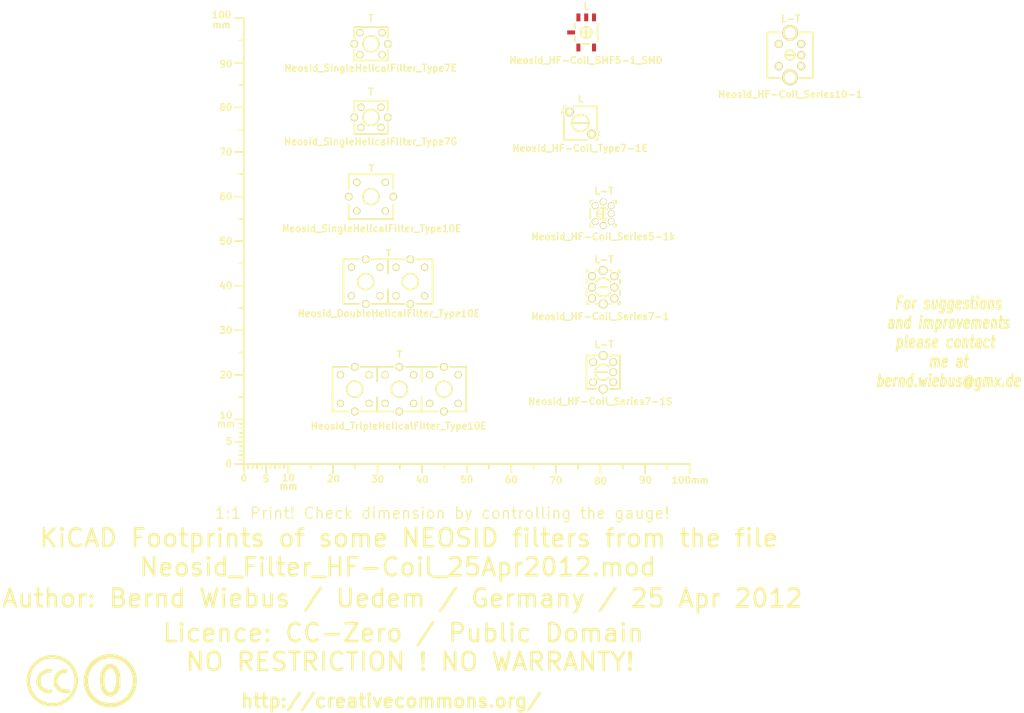
<source format=kicad_pcb>
(kicad_pcb (version 3) (host pcbnew "(2013-03-30 BZR 4007)-stable")

  (general
    (links 0)
    (no_connects 0)
    (area 1.09304 -31.671484 226.093866 192.6694)
    (thickness 1.6002)
    (drawings 7)
    (tracks 0)
    (zones 0)
    (modules 14)
    (nets 1)
  )

  (page A4)
  (layers
    (15 Vorderseite signal)
    (0 Rückseite signal)
    (16 B.Adhes user)
    (17 F.Adhes user)
    (18 B.Paste user)
    (19 F.Paste user)
    (20 B.SilkS user)
    (21 F.SilkS user)
    (22 B.Mask user)
    (23 F.Mask user)
    (24 Dwgs.User user)
    (25 Cmts.User user)
    (26 Eco1.User user)
    (27 Eco2.User user)
    (28 Edge.Cuts user)
  )

  (setup
    (last_trace_width 0.2032)
    (trace_clearance 0.254)
    (zone_clearance 0.508)
    (zone_45_only no)
    (trace_min 0.2032)
    (segment_width 0.381)
    (edge_width 0.381)
    (via_size 0.889)
    (via_drill 0.635)
    (via_min_size 0.889)
    (via_min_drill 0.508)
    (uvia_size 0.508)
    (uvia_drill 0.127)
    (uvias_allowed no)
    (uvia_min_size 0.508)
    (uvia_min_drill 0.127)
    (pcb_text_width 0.3048)
    (pcb_text_size 1.524 2.032)
    (mod_edge_width 0.381)
    (mod_text_size 1.524 1.524)
    (mod_text_width 0.3048)
    (pad_size 1.524 1.524)
    (pad_drill 0.8128)
    (pad_to_mask_clearance 0.254)
    (aux_axis_origin 0 0)
    (visible_elements 7FFFFFFF)
    (pcbplotparams
      (layerselection 3178497)
      (usegerberextensions true)
      (excludeedgelayer true)
      (linewidth 60)
      (plotframeref false)
      (viasonmask false)
      (mode 1)
      (useauxorigin false)
      (hpglpennumber 1)
      (hpglpenspeed 20)
      (hpglpendiameter 15)
      (hpglpenoverlay 0)
      (psnegative false)
      (psa4output false)
      (plotreference true)
      (plotvalue true)
      (plotothertext true)
      (plotinvisibletext false)
      (padsonsilk false)
      (subtractmaskfromsilk false)
      (outputformat 1)
      (mirror false)
      (drillshape 1)
      (scaleselection 1)
      (outputdirectory ""))
  )

  (net 0 "")

  (net_class Default "Dies ist die voreingestellte Netzklasse."
    (clearance 0.254)
    (trace_width 0.2032)
    (via_dia 0.889)
    (via_drill 0.635)
    (uvia_dia 0.508)
    (uvia_drill 0.127)
    (add_net "")
  )

  (module Gauge_100mm_Type2_SilkScreenTop_RevA_Date22Jun2010 (layer Vorderseite) (tedit 4D963937) (tstamp 4D88F07A)
    (at 81.95056 134.8994)
    (descr "Gauge, Massstab, 100mm, SilkScreenTop, Type 2,")
    (tags "Gauge, Massstab, 100mm, SilkScreenTop, Type 2,")
    (path Gauge_100mm_Type2_SilkScreenTop_RevA_Date22Jun2010)
    (fp_text reference MSC (at 4.0005 8.99922) (layer F.SilkS) hide
      (effects (font (size 1.524 1.524) (thickness 0.3048)))
    )
    (fp_text value Gauge_100mm_Type2_SilkScreenTop_RevA_Date22Jun2010 (at 45.9994 8.99922) (layer F.SilkS) hide
      (effects (font (size 1.524 1.524) (thickness 0.3048)))
    )
    (fp_text user mm (at 9.99998 5.00126) (layer F.SilkS)
      (effects (font (size 1.524 1.524) (thickness 0.3048)))
    )
    (fp_text user mm (at -4.0005 -8.99922) (layer F.SilkS)
      (effects (font (size 1.524 1.524) (thickness 0.3048)))
    )
    (fp_text user mm (at -5.00126 -98.5012) (layer F.SilkS)
      (effects (font (size 1.524 1.524) (thickness 0.3048)))
    )
    (fp_text user 10 (at 10.00506 3.0988) (layer F.SilkS)
      (effects (font (size 1.50114 1.50114) (thickness 0.29972)))
    )
    (fp_text user 0 (at 0.00508 3.19786) (layer F.SilkS)
      (effects (font (size 1.39954 1.50114) (thickness 0.29972)))
    )
    (fp_text user 5 (at 5.0038 3.29946) (layer F.SilkS)
      (effects (font (size 1.50114 1.50114) (thickness 0.29972)))
    )
    (fp_text user 20 (at 20.1041 3.29946) (layer F.SilkS)
      (effects (font (size 1.50114 1.50114) (thickness 0.29972)))
    )
    (fp_text user 30 (at 30.00502 3.39852) (layer F.SilkS)
      (effects (font (size 1.50114 1.50114) (thickness 0.29972)))
    )
    (fp_text user 40 (at 40.005 3.50012) (layer F.SilkS)
      (effects (font (size 1.50114 1.50114) (thickness 0.29972)))
    )
    (fp_text user 50 (at 50.00498 3.50012) (layer F.SilkS)
      (effects (font (size 1.50114 1.50114) (thickness 0.29972)))
    )
    (fp_text user 60 (at 60.00496 3.50012) (layer F.SilkS)
      (effects (font (size 1.50114 1.50114) (thickness 0.29972)))
    )
    (fp_text user 70 (at 70.00494 3.70078) (layer F.SilkS)
      (effects (font (size 1.50114 1.50114) (thickness 0.29972)))
    )
    (fp_text user 80 (at 80.00492 3.79984) (layer F.SilkS)
      (effects (font (size 1.50114 1.50114) (thickness 0.29972)))
    )
    (fp_text user 90 (at 90.1065 3.60172) (layer F.SilkS)
      (effects (font (size 1.50114 1.50114) (thickness 0.29972)))
    )
    (fp_text user 100mm (at 100.10648 3.60172) (layer F.SilkS)
      (effects (font (size 1.50114 1.50114) (thickness 0.29972)))
    )
    (fp_line (start 0 -8.99922) (end -1.00076 -8.99922) (layer F.SilkS) (width 0.381))
    (fp_line (start 0 -8.001) (end -1.00076 -8.001) (layer F.SilkS) (width 0.381))
    (fp_line (start 0 -7.00024) (end -1.00076 -7.00024) (layer F.SilkS) (width 0.381))
    (fp_line (start 0 -5.99948) (end -1.00076 -5.99948) (layer F.SilkS) (width 0.381))
    (fp_line (start 0 -4.0005) (end -1.00076 -4.0005) (layer F.SilkS) (width 0.381))
    (fp_line (start 0 -2.99974) (end -1.00076 -2.99974) (layer F.SilkS) (width 0.381))
    (fp_line (start 0 -1.99898) (end -1.00076 -1.99898) (layer F.SilkS) (width 0.381))
    (fp_line (start 0 -1.00076) (end -1.00076 -1.00076) (layer F.SilkS) (width 0.381))
    (fp_line (start 0 0) (end -1.99898 0) (layer F.SilkS) (width 0.381))
    (fp_line (start 0 -5.00126) (end -1.99898 -5.00126) (layer F.SilkS) (width 0.381))
    (fp_line (start 0 -9.99998) (end -1.99898 -9.99998) (layer F.SilkS) (width 0.381))
    (fp_line (start 0 -15.00124) (end -1.00076 -15.00124) (layer F.SilkS) (width 0.381))
    (fp_line (start 0 -19.99996) (end -1.99898 -19.99996) (layer F.SilkS) (width 0.381))
    (fp_line (start 0 -25.00122) (end -1.00076 -25.00122) (layer F.SilkS) (width 0.381))
    (fp_line (start 0 -29.99994) (end -1.99898 -29.99994) (layer F.SilkS) (width 0.381))
    (fp_line (start 0 -35.0012) (end -1.00076 -35.0012) (layer F.SilkS) (width 0.381))
    (fp_line (start 0 -39.99992) (end -1.99898 -39.99992) (layer F.SilkS) (width 0.381))
    (fp_line (start 0 -45.00118) (end -1.00076 -45.00118) (layer F.SilkS) (width 0.381))
    (fp_line (start 0 -49.9999) (end -1.99898 -49.9999) (layer F.SilkS) (width 0.381))
    (fp_line (start 0 -55.00116) (end -1.00076 -55.00116) (layer F.SilkS) (width 0.381))
    (fp_line (start 0 -59.99988) (end -1.99898 -59.99988) (layer F.SilkS) (width 0.381))
    (fp_line (start 0 -65.00114) (end -1.00076 -65.00114) (layer F.SilkS) (width 0.381))
    (fp_line (start 0 -69.99986) (end -1.99898 -69.99986) (layer F.SilkS) (width 0.381))
    (fp_line (start 0 -75.00112) (end -1.00076 -75.00112) (layer F.SilkS) (width 0.381))
    (fp_line (start 0 -79.99984) (end -1.99898 -79.99984) (layer F.SilkS) (width 0.381))
    (fp_line (start 0 -85.0011) (end -1.00076 -85.0011) (layer F.SilkS) (width 0.381))
    (fp_line (start 0 -89.99982) (end -1.99898 -89.99982) (layer F.SilkS) (width 0.381))
    (fp_line (start 0 -95.00108) (end -1.00076 -95.00108) (layer F.SilkS) (width 0.381))
    (fp_line (start 0 0) (end 0 -99.9998) (layer F.SilkS) (width 0.381))
    (fp_line (start 0 -99.9998) (end -1.99898 -99.9998) (layer F.SilkS) (width 0.381))
    (fp_text user 100 (at -4.99872 -100.7491) (layer F.SilkS)
      (effects (font (size 1.50114 1.50114) (thickness 0.29972)))
    )
    (fp_text user 90 (at -4.0005 -89.7509) (layer F.SilkS)
      (effects (font (size 1.50114 1.50114) (thickness 0.29972)))
    )
    (fp_text user 80 (at -4.0005 -79.99984) (layer F.SilkS)
      (effects (font (size 1.50114 1.50114) (thickness 0.29972)))
    )
    (fp_text user 70 (at -4.0005 -69.99986) (layer F.SilkS)
      (effects (font (size 1.50114 1.50114) (thickness 0.29972)))
    )
    (fp_text user 60 (at -4.0005 -59.99988) (layer F.SilkS)
      (effects (font (size 1.50114 1.50114) (thickness 0.29972)))
    )
    (fp_text user 50 (at -4.0005 -49.9999) (layer F.SilkS)
      (effects (font (size 1.50114 1.50114) (thickness 0.34036)))
    )
    (fp_text user 40 (at -4.0005 -39.99992) (layer F.SilkS)
      (effects (font (size 1.50114 1.50114) (thickness 0.29972)))
    )
    (fp_text user 30 (at -4.0005 -29.99994) (layer F.SilkS)
      (effects (font (size 1.50114 1.50114) (thickness 0.29972)))
    )
    (fp_text user 20 (at -4.0005 -19.99996) (layer F.SilkS)
      (effects (font (size 1.50114 1.50114) (thickness 0.29972)))
    )
    (fp_line (start 95.00108 0) (end 95.00108 1.00076) (layer F.SilkS) (width 0.381))
    (fp_line (start 89.99982 0) (end 89.99982 1.99898) (layer F.SilkS) (width 0.381))
    (fp_line (start 85.0011 0) (end 85.0011 1.00076) (layer F.SilkS) (width 0.381))
    (fp_line (start 79.99984 0) (end 79.99984 1.99898) (layer F.SilkS) (width 0.381))
    (fp_line (start 75.00112 0) (end 75.00112 1.00076) (layer F.SilkS) (width 0.381))
    (fp_line (start 69.99986 0) (end 69.99986 1.99898) (layer F.SilkS) (width 0.381))
    (fp_line (start 65.00114 0) (end 65.00114 1.00076) (layer F.SilkS) (width 0.381))
    (fp_line (start 59.99988 0) (end 59.99988 1.99898) (layer F.SilkS) (width 0.381))
    (fp_line (start 55.00116 0) (end 55.00116 1.00076) (layer F.SilkS) (width 0.381))
    (fp_line (start 49.9999 0) (end 49.9999 1.99898) (layer F.SilkS) (width 0.381))
    (fp_line (start 45.00118 0) (end 45.00118 1.00076) (layer F.SilkS) (width 0.381))
    (fp_line (start 39.99992 0) (end 39.99992 1.99898) (layer F.SilkS) (width 0.381))
    (fp_line (start 35.0012 0) (end 35.0012 1.00076) (layer F.SilkS) (width 0.381))
    (fp_line (start 29.99994 0) (end 29.99994 1.99898) (layer F.SilkS) (width 0.381))
    (fp_line (start 25.00122 0) (end 25.00122 1.00076) (layer F.SilkS) (width 0.381))
    (fp_line (start 19.99996 0) (end 19.99996 1.99898) (layer F.SilkS) (width 0.381))
    (fp_line (start 15.00124 0) (end 15.00124 1.00076) (layer F.SilkS) (width 0.381))
    (fp_line (start 9.99998 0) (end 99.9998 0) (layer F.SilkS) (width 0.381))
    (fp_line (start 99.9998 0) (end 99.9998 1.99898) (layer F.SilkS) (width 0.381))
    (fp_text user 5 (at -3.302 -5.10286) (layer F.SilkS)
      (effects (font (size 1.50114 1.50114) (thickness 0.29972)))
    )
    (fp_text user 0 (at -3.4036 -0.10414) (layer F.SilkS)
      (effects (font (size 1.50114 1.50114) (thickness 0.29972)))
    )
    (fp_text user 10 (at -4.0005 -11.00074) (layer F.SilkS)
      (effects (font (size 1.50114 1.50114) (thickness 0.29972)))
    )
    (fp_line (start 8.99922 0) (end 8.99922 1.00076) (layer F.SilkS) (width 0.381))
    (fp_line (start 8.001 0) (end 8.001 1.00076) (layer F.SilkS) (width 0.381))
    (fp_line (start 7.00024 0) (end 7.00024 1.00076) (layer F.SilkS) (width 0.381))
    (fp_line (start 5.99948 0) (end 5.99948 1.00076) (layer F.SilkS) (width 0.381))
    (fp_line (start 4.0005 0) (end 4.0005 1.00076) (layer F.SilkS) (width 0.381))
    (fp_line (start 2.99974 0) (end 2.99974 1.00076) (layer F.SilkS) (width 0.381))
    (fp_line (start 1.99898 0) (end 1.99898 1.00076) (layer F.SilkS) (width 0.381))
    (fp_line (start 1.00076 0) (end 1.00076 1.00076) (layer F.SilkS) (width 0.381))
    (fp_line (start 5.00126 0) (end 5.00126 1.99898) (layer F.SilkS) (width 0.381))
    (fp_line (start 0 0) (end 0 1.99898) (layer F.SilkS) (width 0.381))
    (fp_line (start 0 0) (end 9.99998 0) (layer F.SilkS) (width 0.381))
    (fp_line (start 9.99998 0) (end 9.99998 1.99898) (layer F.SilkS) (width 0.381))
  )

  (module Neosid_SingleHelicalFilter_Type7E (layer Vorderseite) (tedit 4F9838D1) (tstamp 4F9837B6)
    (at 110.49 40.64)
    (descr "Neosid, Single Helical Filter, Type7E, through hole,")
    (tags "Neosid, Single Helical Filter, Type7E, through hole,")
    (fp_text reference T (at 0 -5.69976) (layer F.SilkS)
      (effects (font (size 1.524 1.524) (thickness 0.3048)))
    )
    (fp_text value Neosid_SingleHelicalFilter_Type7E (at -0.09906 5.45084) (layer F.SilkS)
      (effects (font (size 1.524 1.524) (thickness 0.3048)))
    )
    (fp_circle (center 0 0) (end 1.80086 0) (layer F.SilkS) (width 0.381))
    (fp_line (start -3.74904 1.30048) (end -3.74904 3.74904) (layer F.SilkS) (width 0.381))
    (fp_line (start -3.74904 3.74904) (end 3.74904 3.74904) (layer F.SilkS) (width 0.381))
    (fp_line (start 3.74904 3.74904) (end 3.74904 1.30048) (layer F.SilkS) (width 0.381))
    (fp_line (start 3.74904 -1.30048) (end 3.74904 -3.74904) (layer F.SilkS) (width 0.381))
    (fp_line (start 3.74904 -3.74904) (end -3.74904 -3.74904) (layer F.SilkS) (width 0.381))
    (fp_line (start -3.74904 -3.74904) (end -3.74904 -1.30048) (layer F.SilkS) (width 0.381))
    (pad 2 thru_hole circle (at 2.49936 -2.49936 90) (size 1.6002 1.6002) (drill 1.00076)
      (layers *.Cu *.Mask F.SilkS)
    )
    (pad 4 thru_hole circle (at -2.49936 -2.49936 90) (size 1.6002 1.6002) (drill 1.00076)
      (layers *.Cu *.Mask F.SilkS)
    )
    (pad 5 thru_hole circle (at -2.49936 2.49936 90) (size 1.6002 1.6002) (drill 1.00076)
      (layers *.Cu *.Mask F.SilkS)
    )
    (pad 1 thru_hole circle (at 2.49936 2.49936 90) (size 1.6002 1.6002) (drill 1.00076)
      (layers *.Cu *.Mask F.SilkS)
    )
    (pad ~ thru_hole circle (at -3.74904 0 90) (size 1.69926 1.69926) (drill 1.00076)
      (layers *.Cu *.Mask F.SilkS)
    )
    (pad ~ thru_hole circle (at 3.74904 0 90) (size 1.69926 1.69926) (drill 1.00076)
      (layers *.Cu *.Mask F.SilkS)
    )
  )

  (module Neosid_SingleHelicalFilter_Type7G (layer Vorderseite) (tedit 4F9838DB) (tstamp 4F983809)
    (at 110.49 57.15)
    (descr "Neosid, Single Helical Filter, Type7G, through hole,")
    (tags "Neosid, Single Helical Filter, Type7G, through hole,")
    (path Neosid_SingleHelicalFilter_Type7E)
    (fp_text reference T (at 0 -5.69976) (layer F.SilkS)
      (effects (font (size 1.524 1.524) (thickness 0.3048)))
    )
    (fp_text value Neosid_SingleHelicalFilter_Type7G (at -0.09906 5.45084) (layer F.SilkS)
      (effects (font (size 1.524 1.524) (thickness 0.3048)))
    )
    (fp_circle (center 0 0) (end 1.80086 0) (layer F.SilkS) (width 0.381))
    (fp_line (start -3.74904 1.30048) (end -3.74904 3.74904) (layer F.SilkS) (width 0.381))
    (fp_line (start -3.74904 3.74904) (end 3.74904 3.74904) (layer F.SilkS) (width 0.381))
    (fp_line (start 3.74904 3.74904) (end 3.74904 1.30048) (layer F.SilkS) (width 0.381))
    (fp_line (start 3.74904 -1.30048) (end 3.74904 -3.74904) (layer F.SilkS) (width 0.381))
    (fp_line (start 3.74904 -3.74904) (end -3.74904 -3.74904) (layer F.SilkS) (width 0.381))
    (fp_line (start -3.74904 -3.74904) (end -3.74904 -1.30048) (layer F.SilkS) (width 0.381))
    (pad 2 thru_hole circle (at 2.25044 -2.25044 90) (size 1.6002 1.6002) (drill 1.00076)
      (layers *.Cu *.Mask F.SilkS)
    )
    (pad 4 thru_hole circle (at -2.25044 -2.25044 90) (size 1.6002 1.6002) (drill 1.00076)
      (layers *.Cu *.Mask F.SilkS)
    )
    (pad 5 thru_hole circle (at -2.25044 2.25044 90) (size 1.6002 1.6002) (drill 1.00076)
      (layers *.Cu *.Mask F.SilkS)
    )
    (pad 1 thru_hole circle (at 2.25044 2.25044 90) (size 1.6002 1.6002) (drill 1.00076)
      (layers *.Cu *.Mask F.SilkS)
    )
    (pad ~ thru_hole circle (at -3.74904 0 90) (size 1.69926 1.69926) (drill 1.00076)
      (layers *.Cu *.Mask F.SilkS)
    )
    (pad ~ thru_hole circle (at 3.74904 0 90) (size 1.69926 1.69926) (drill 1.00076)
      (layers *.Cu *.Mask F.SilkS)
    )
  )

  (module Neosid_SingleHelicalFilter_Type10E (layer Vorderseite) (tedit 4F9838E2) (tstamp 4F983818)
    (at 110.49 74.93)
    (descr "Neosid, Single Helical Filter, Type10E, through hole,")
    (tags "Neosid, Single Helical Filter, Type10E, through hole,")
    (path Neosid_SingleHelicalFilter_Type7E)
    (fp_text reference T (at 0.09906 -6.25094) (layer F.SilkS)
      (effects (font (size 1.524 1.524) (thickness 0.3048)))
    )
    (fp_text value Neosid_SingleHelicalFilter_Type10E (at 0.14986 7.1501) (layer F.SilkS)
      (effects (font (size 1.524 1.524) (thickness 0.3048)))
    )
    (fp_line (start 5.00126 -1.80086) (end 5.00126 -5.00126) (layer F.SilkS) (width 0.381))
    (fp_line (start -5.00126 5.00126) (end 5.00126 5.00126) (layer F.SilkS) (width 0.381))
    (fp_line (start 5.00126 5.00126) (end 5.00126 1.80086) (layer F.SilkS) (width 0.381))
    (fp_line (start -5.00126 1.80086) (end -5.00126 5.00126) (layer F.SilkS) (width 0.381))
    (fp_line (start 5.00126 -5.00126) (end -5.00126 -5.00126) (layer F.SilkS) (width 0.381))
    (fp_line (start -5.00126 -5.00126) (end -5.00126 -1.80086) (layer F.SilkS) (width 0.381))
    (fp_circle (center 0 0) (end 1.80086 0) (layer F.SilkS) (width 0.381))
    (pad 2 thru_hole circle (at 3.2004 -3.2004 90) (size 1.6002 1.6002) (drill 1.00076)
      (layers *.Cu *.Mask F.SilkS)
    )
    (pad 4 thru_hole circle (at -3.2004 -3.2004 90) (size 1.6002 1.6002) (drill 1.00076)
      (layers *.Cu *.Mask F.SilkS)
    )
    (pad 5 thru_hole circle (at -3.2004 3.2004 90) (size 1.6002 1.6002) (drill 1.00076)
      (layers *.Cu *.Mask F.SilkS)
    )
    (pad 1 thru_hole circle (at 3.2004 3.2004 90) (size 1.6002 1.6002) (drill 1.00076)
      (layers *.Cu *.Mask F.SilkS)
    )
    (pad ~ thru_hole circle (at -5.00126 0 90) (size 1.69926 1.69926) (drill 1.00076)
      (layers *.Cu *.Mask F.SilkS)
    )
    (pad ~ thru_hole circle (at 5.00126 0 90) (size 1.69926 1.69926) (drill 1.00076)
      (layers *.Cu *.Mask F.SilkS)
    )
  )

  (module Neosid_DoubleHelicalFilter_Type10E (layer Vorderseite) (tedit 4F9838EA) (tstamp 4F98382A)
    (at 114.3 93.98)
    (descr "Neosid, Double Helical Filter, Type10E, through hole,")
    (tags "Neosid, Double Helical Filter, Type10E, through hole,")
    (path Neosid_SingleHelicalFilter_Type7E)
    (fp_text reference T (at 0.09906 -6.25094) (layer F.SilkS)
      (effects (font (size 1.524 1.524) (thickness 0.3048)))
    )
    (fp_text value Neosid_DoubleHelicalFilter_Type10E (at 0.14986 7.1501) (layer F.SilkS)
      (effects (font (size 1.524 1.524) (thickness 0.3048)))
    )
    (fp_line (start 9.99998 -1.80086) (end 9.99998 1.84912) (layer F.SilkS) (width 0.381))
    (fp_line (start 6.2992 5.00126) (end 9.99998 5.00126) (layer F.SilkS) (width 0.381))
    (fp_line (start -3.70078 5.00126) (end 3.64998 5.00126) (layer F.SilkS) (width 0.381))
    (fp_line (start -9.99998 5.00126) (end -6.35 5.00126) (layer F.SilkS) (width 0.381))
    (fp_line (start -9.99998 -1.80086) (end -9.99998 1.80086) (layer F.SilkS) (width 0.381))
    (fp_line (start -6.2992 -5.00126) (end -9.99998 -5.00126) (layer F.SilkS) (width 0.381))
    (fp_line (start 3.70078 -5.00126) (end -3.64998 -5.00126) (layer F.SilkS) (width 0.381))
    (fp_line (start 9.99998 -5.00126) (end 6.35 -5.00126) (layer F.SilkS) (width 0.381))
    (fp_line (start 6.35 -5.00126) (end 6.4008 -5.00126) (layer F.SilkS) (width 0.381))
    (fp_circle (center 4.99872 0) (end 6.79958 0) (layer F.SilkS) (width 0.381))
    (fp_line (start -0.00254 -5.00126) (end -0.00254 -1.80086) (layer F.SilkS) (width 0.381))
    (fp_line (start -0.00254 1.80086) (end -0.00254 5.00126) (layer F.SilkS) (width 0.381))
    (fp_line (start 9.99998 5.00126) (end 9.99998 1.80086) (layer F.SilkS) (width 0.381))
    (fp_line (start 9.99998 -1.80086) (end 9.99998 -5.00126) (layer F.SilkS) (width 0.381))
    (fp_line (start 0 -1.80086) (end 0 -5.00126) (layer F.SilkS) (width 0.381))
    (fp_line (start 0 5.00126) (end 0 1.80086) (layer F.SilkS) (width 0.381))
    (fp_line (start -10.00252 1.80086) (end -10.00252 5.00126) (layer F.SilkS) (width 0.381))
    (fp_line (start -10.00252 -5.00126) (end -10.00252 -1.80086) (layer F.SilkS) (width 0.381))
    (fp_circle (center -5.00126 0) (end -3.2004 0) (layer F.SilkS) (width 0.381))
    (pad ~ thru_hole circle (at -5.00126 5.00126 90) (size 1.69926 1.69926) (drill 1.00076)
      (layers *.Cu *.Mask F.SilkS)
    )
    (pad 21 thru_hole circle (at 8.19912 3.2004 90) (size 1.6002 1.6002) (drill 1.00076)
      (layers *.Cu *.Mask F.SilkS)
    )
    (pad 25 thru_hole circle (at 1.79832 3.2004 90) (size 1.6002 1.6002) (drill 1.00076)
      (layers *.Cu *.Mask F.SilkS)
    )
    (pad 24 thru_hole circle (at 1.79832 -3.2004 90) (size 1.6002 1.6002) (drill 1.00076)
      (layers *.Cu *.Mask F.SilkS)
    )
    (pad 22 thru_hole circle (at 8.19912 -3.2004 90) (size 1.6002 1.6002) (drill 1.00076)
      (layers *.Cu *.Mask F.SilkS)
    )
    (pad 2 thru_hole circle (at -1.80086 -3.2004 90) (size 1.6002 1.6002) (drill 1.00076)
      (layers *.Cu *.Mask F.SilkS)
    )
    (pad 4 thru_hole circle (at -8.20166 -3.2004 90) (size 1.6002 1.6002) (drill 1.00076)
      (layers *.Cu *.Mask F.SilkS)
    )
    (pad 5 thru_hole circle (at -8.20166 3.2004 90) (size 1.6002 1.6002) (drill 1.00076)
      (layers *.Cu *.Mask F.SilkS)
    )
    (pad 1 thru_hole circle (at -1.80086 3.2004 90) (size 1.6002 1.6002) (drill 1.00076)
      (layers *.Cu *.Mask F.SilkS)
    )
    (pad ~ thru_hole circle (at -5.00126 -5.00126 90) (size 1.69926 1.69926) (drill 1.00076)
      (layers *.Cu *.Mask F.SilkS)
    )
    (pad ~ thru_hole circle (at 4.99872 -5.00126 90) (size 1.69926 1.69926) (drill 1.00076)
      (layers *.Cu *.Mask F.SilkS)
    )
    (pad ~ thru_hole circle (at 4.99872 5.00126 90) (size 1.69926 1.69926) (drill 1.00076)
      (layers *.Cu *.Mask F.SilkS)
    )
  )

  (module Neosid_TripleHelicalFilter_Type10E (layer Vorderseite) (tedit 4F9838F3) (tstamp 4F98383A)
    (at 116.84 118.11)
    (descr "Neosid, Triple Helical Filter, Type10E, through hole,")
    (tags "Neosid, Triple Helical Filter, Type10E, through hole,")
    (path Neosid_SingleHelicalFilter_Type7E)
    (fp_text reference T (at 0.0508 -7.74954) (layer F.SilkS)
      (effects (font (size 1.524 1.524) (thickness 0.3048)))
    )
    (fp_text value Neosid_TripleHelicalFilter_Type10E (at -0.14986 8.24992) (layer F.SilkS)
      (effects (font (size 1.524 1.524) (thickness 0.3048)))
    )
    (fp_line (start 11.30046 5.00126) (end 15.00124 5.00126) (layer F.SilkS) (width 0.381))
    (fp_line (start 5.00126 5.00126) (end 8.65124 5.00126) (layer F.SilkS) (width 0.381))
    (fp_line (start 1.30048 5.00126) (end 5.00126 5.00126) (layer F.SilkS) (width 0.381))
    (fp_line (start -8.6995 5.00126) (end -1.34874 5.00126) (layer F.SilkS) (width 0.381))
    (fp_line (start -15.00124 5.00126) (end -11.34872 5.00126) (layer F.SilkS) (width 0.381))
    (fp_line (start -11.34872 5.00126) (end -11.39952 5.00126) (layer F.SilkS) (width 0.381))
    (fp_line (start -11.30046 -5.00126) (end -14.95044 -5.00126) (layer F.SilkS) (width 0.381))
    (fp_line (start -1.30048 -5.00126) (end -8.65124 -5.00126) (layer F.SilkS) (width 0.381))
    (fp_line (start 5.00126 -5.00126) (end 1.35128 -5.00126) (layer F.SilkS) (width 0.381))
    (fp_line (start -15.00124 -1.80086) (end -15.00124 1.89992) (layer F.SilkS) (width 0.381))
    (fp_line (start 15.00124 -1.84912) (end 15.00124 1.80086) (layer F.SilkS) (width 0.381))
    (fp_line (start 11.35126 -5.00126) (end 15.00124 -5.00126) (layer F.SilkS) (width 0.381))
    (fp_line (start 5.00126 -5.00126) (end 8.65124 -5.00126) (layer F.SilkS) (width 0.381))
    (fp_line (start 8.65124 -5.00126) (end 8.60044 -5.00126) (layer F.SilkS) (width 0.381))
    (fp_circle (center 9.99998 0) (end 11.80084 0) (layer F.SilkS) (width 0.381))
    (fp_line (start 4.99872 -5.00126) (end 4.99872 -1.80086) (layer F.SilkS) (width 0.381))
    (fp_line (start 4.99872 1.80086) (end 4.99872 5.00126) (layer F.SilkS) (width 0.381))
    (fp_line (start 15.00124 5.00126) (end 15.00124 1.80086) (layer F.SilkS) (width 0.381))
    (fp_line (start 15.00124 -1.80086) (end 15.00124 -5.00126) (layer F.SilkS) (width 0.381))
    (fp_line (start 14.9987 1.80086) (end 14.9987 5.00126) (layer F.SilkS) (width 0.381))
    (fp_line (start 14.9987 -5.00126) (end 14.9987 -1.80086) (layer F.SilkS) (width 0.381))
    (fp_circle (center 0 0) (end 1.80086 0) (layer F.SilkS) (width 0.381))
    (fp_line (start -5.00126 -5.00126) (end -5.00126 -1.80086) (layer F.SilkS) (width 0.381))
    (fp_line (start -5.00126 1.80086) (end -5.00126 5.00126) (layer F.SilkS) (width 0.381))
    (fp_line (start 5.00126 5.00126) (end 5.00126 1.80086) (layer F.SilkS) (width 0.381))
    (fp_line (start 5.00126 -1.80086) (end 5.00126 -5.00126) (layer F.SilkS) (width 0.381))
    (fp_line (start -4.99872 -1.80086) (end -4.99872 -5.00126) (layer F.SilkS) (width 0.381))
    (fp_line (start -4.99872 5.00126) (end -4.99872 1.80086) (layer F.SilkS) (width 0.381))
    (fp_line (start -15.00124 1.80086) (end -15.00124 5.00126) (layer F.SilkS) (width 0.381))
    (fp_line (start -15.00124 -5.00126) (end -15.00124 -1.80086) (layer F.SilkS) (width 0.381))
    (fp_circle (center -9.99998 0) (end -8.19912 0) (layer F.SilkS) (width 0.381))
    (pad ~ thru_hole circle (at 9.99998 5.00126 90) (size 1.69926 1.69926) (drill 1.00076)
      (layers *.Cu *.Mask F.SilkS)
    )
    (pad 31 thru_hole circle (at 13.20038 3.2004 90) (size 1.6002 1.6002) (drill 1.00076)
      (layers *.Cu *.Mask F.SilkS)
    )
    (pad 35 thru_hole circle (at 6.79958 3.2004 90) (size 1.6002 1.6002) (drill 1.00076)
      (layers *.Cu *.Mask F.SilkS)
    )
    (pad 34 thru_hole circle (at 6.79958 -3.2004 90) (size 1.6002 1.6002) (drill 1.00076)
      (layers *.Cu *.Mask F.SilkS)
    )
    (pad 32 thru_hole circle (at 13.20038 -3.2004 90) (size 1.6002 1.6002) (drill 1.00076)
      (layers *.Cu *.Mask F.SilkS)
    )
    (pad ~ thru_hole circle (at 9.99998 5.00126 90) (size 1.69926 1.69926) (drill 1.00076)
      (layers *.Cu *.Mask F.SilkS)
    )
    (pad ~ thru_hole circle (at 9.99998 -5.00126 90) (size 1.69926 1.69926) (drill 1.00076)
      (layers *.Cu *.Mask F.SilkS)
    )
    (pad ~ thru_hole circle (at -9.99998 5.00126 90) (size 1.69926 1.69926) (drill 1.00076)
      (layers *.Cu *.Mask F.SilkS)
    )
    (pad 21 thru_hole circle (at 3.2004 3.2004 90) (size 1.6002 1.6002) (drill 1.00076)
      (layers *.Cu *.Mask F.SilkS)
    )
    (pad 25 thru_hole circle (at -3.2004 3.2004 90) (size 1.6002 1.6002) (drill 1.00076)
      (layers *.Cu *.Mask F.SilkS)
    )
    (pad 24 thru_hole circle (at -3.2004 -3.2004 90) (size 1.6002 1.6002) (drill 1.00076)
      (layers *.Cu *.Mask F.SilkS)
    )
    (pad 22 thru_hole circle (at 3.2004 -3.2004 90) (size 1.6002 1.6002) (drill 1.00076)
      (layers *.Cu *.Mask F.SilkS)
    )
    (pad 2 thru_hole circle (at -6.79958 -3.2004 90) (size 1.6002 1.6002) (drill 1.00076)
      (layers *.Cu *.Mask F.SilkS)
    )
    (pad 4 thru_hole circle (at -13.20038 -3.2004 90) (size 1.6002 1.6002) (drill 1.00076)
      (layers *.Cu *.Mask F.SilkS)
    )
    (pad 5 thru_hole circle (at -13.20038 3.2004 90) (size 1.6002 1.6002) (drill 1.00076)
      (layers *.Cu *.Mask F.SilkS)
    )
    (pad 1 thru_hole circle (at -6.79958 3.2004 90) (size 1.6002 1.6002) (drill 1.00076)
      (layers *.Cu *.Mask F.SilkS)
    )
    (pad ~ thru_hole circle (at -9.99998 -5.00126 90) (size 1.69926 1.69926) (drill 1.00076)
      (layers *.Cu *.Mask F.SilkS)
    )
    (pad ~ thru_hole circle (at 0 -5.00126 90) (size 1.69926 1.69926) (drill 1.00076)
      (layers *.Cu *.Mask F.SilkS)
    )
    (pad ~ thru_hole circle (at 0 5.00126 90) (size 1.69926 1.69926) (drill 1.00076)
      (layers *.Cu *.Mask F.SilkS)
    )
  )

  (module Neosid_HF-Coil_SMF5-1_SMD (layer Vorderseite) (tedit 4F9838FE) (tstamp 4F98384D)
    (at 158.75 38.1)
    (descr "Neosid, HF-Coil, SMF5.1, SMD.")
    (tags "Neosid, HF-Coil, SMF5.1, SMD,")
    (fp_text reference L (at 0.0508 -5.84962) (layer F.SilkS)
      (effects (font (size 1.524 1.524) (thickness 0.3048)))
    )
    (fp_text value Neosid_HF-Coil_SMF5-1_SMD (at -0.0508 6.25094) (layer F.SilkS)
      (effects (font (size 1.524 1.524) (thickness 0.3048)))
    )
    (fp_line (start 0 -1.24968) (end 0 1.24968) (layer F.SilkS) (width 0.381))
    (fp_line (start 1.24968 0) (end -1.24968 0) (layer F.SilkS) (width 0.381))
    (fp_line (start -0.8001 2.55016) (end 0.8001 2.55016) (layer F.SilkS) (width 0.381))
    (fp_line (start -2.55016 0.94996) (end -2.55016 1.99898) (layer F.SilkS) (width 0.381))
    (fp_line (start -2.55016 -1.99898) (end -2.55016 -0.94996) (layer F.SilkS) (width 0.381))
    (fp_line (start 2.55016 -1.99898) (end 2.55016 1.99898) (layer F.SilkS) (width 0.381))
    (fp_circle (center 0 0) (end 1.24968 0) (layer F.SilkS) (width 0.381))
    (pad ~ smd rect (at -3.37566 0 90) (size 0.89916 1.75006)
      (layers Vorderseite F.Paste F.Mask)
    )
    (pad 3 smd rect (at 0 -3.37566) (size 0.89916 1.75006)
      (layers Vorderseite F.Paste F.Mask)
    )
    (pad 2 smd rect (at -1.75006 -3.37566) (size 0.89916 1.75006)
      (layers Vorderseite F.Paste F.Mask)
    )
    (pad 4 smd rect (at 1.75006 -3.37566) (size 0.89916 1.75006)
      (layers Vorderseite F.Paste F.Mask)
    )
    (pad 1 smd rect (at -1.75006 3.37566) (size 0.89916 1.75006)
      (layers Vorderseite F.Paste F.Mask)
    )
    (pad 5 smd rect (at 1.75006 3.37566) (size 0.89916 1.75006)
      (layers Vorderseite F.Paste F.Mask)
    )
  )

  (module Neosid_HF-Coil_Type7-1E (layer Vorderseite) (tedit 4F983905) (tstamp 4F983858)
    (at 157.48 58.42)
    (descr "Neosid, HF-Coil, Type 7.1E,")
    (tags "Neosid, HF-Coil, Type 7.1E,")
    (fp_text reference L (at 0 -5.45084) (layer F.SilkS)
      (effects (font (size 1.524 1.524) (thickness 0.3048)))
    )
    (fp_text value Neosid_HF-Coil_Type7-1E (at -0.09906 5.64896) (layer F.SilkS)
      (effects (font (size 1.524 1.524) (thickness 0.3048)))
    )
    (fp_text user E (at 4.15036 2.4511) (layer F.SilkS)
      (effects (font (size 0.8001 0.8001) (thickness 0.20066)))
    )
    (fp_text user A (at -4.04876 -2.49936) (layer F.SilkS)
      (effects (font (size 0.8001 0.8001) (thickness 0.20066)))
    )
    (fp_line (start -1.89992 0) (end 1.89992 0) (layer F.SilkS) (width 0.381))
    (fp_circle (center 0 0) (end 1.89992 0) (layer F.SilkS) (width 0.381))
    (fp_line (start -3.74904 -3.74904) (end -3.74904 -3.29946) (layer F.SilkS) (width 0.381))
    (fp_line (start -3.74904 -3.74904) (end -3.35026 -3.74904) (layer F.SilkS) (width 0.381))
    (fp_line (start -3.74904 3.74904) (end 1.6002 3.74904) (layer F.SilkS) (width 0.381))
    (fp_line (start -3.74904 3.74904) (end -3.74904 -1.6002) (layer F.SilkS) (width 0.381))
    (fp_line (start 3.74904 3.74904) (end 3.29946 3.74904) (layer F.SilkS) (width 0.381))
    (fp_line (start 3.74904 3.74904) (end 3.74904 3.2512) (layer F.SilkS) (width 0.381))
    (fp_line (start 3.74904 -3.74904) (end 3.74904 1.6002) (layer F.SilkS) (width 0.381))
    (fp_line (start 3.74904 -3.74904) (end -1.5494 -3.74904) (layer F.SilkS) (width 0.381))
    (pad 1 thru_hole circle (at -2.49936 -2.49936 90) (size 1.99898 1.99898) (drill 1.09982)
      (layers *.Cu *.Mask F.SilkS)
    )
    (pad 2 thru_hole circle (at 2.49936 2.49936 90) (size 1.99898 1.99898) (drill 1.09982)
      (layers *.Cu *.Mask F.SilkS)
    )
  )

  (module Neosid_HF-Coil_Series5-1k (layer Vorderseite) (tedit 4F983916) (tstamp 4F983861)
    (at 162.56 78.74)
    (descr "Neosid, HF-Coil, Serie 5.1k, Spulenbausatz")
    (tags "Neosid, HF-Coil, Serie 5.1k,  Spulenbausatz")
    (fp_text reference L-T (at 0.20066 -5.04952) (layer F.SilkS)
      (effects (font (size 1.524 1.524) (thickness 0.3048)))
    )
    (fp_text value Neosid_HF-Coil_Series5-1k (at 0 5.15112) (layer F.SilkS)
      (effects (font (size 1.524 1.524) (thickness 0.3048)))
    )
    (fp_line (start -1.39954 0) (end 0.50038 0) (layer F.SilkS) (width 0.381))
    (fp_line (start 0 -1.34874) (end 0 1.30048) (layer F.SilkS) (width 0.381))
    (fp_line (start 0.89916 -1.00076) (end 0.70104 -1.15062) (layer F.SilkS) (width 0.381))
    (fp_line (start 0.70104 -1.15062) (end 0.35052 -1.34874) (layer F.SilkS) (width 0.381))
    (fp_line (start 0.35052 -1.34874) (end -0.20066 -1.34874) (layer F.SilkS) (width 0.381))
    (fp_line (start -0.20066 -1.34874) (end -0.7493 -1.15062) (layer F.SilkS) (width 0.381))
    (fp_line (start -0.7493 -1.15062) (end -1.19888 -0.70104) (layer F.SilkS) (width 0.381))
    (fp_line (start -1.19888 -0.70104) (end -1.39954 -0.14986) (layer F.SilkS) (width 0.381))
    (fp_line (start -1.39954 -0.14986) (end -1.30048 0.44958) (layer F.SilkS) (width 0.381))
    (fp_line (start -1.30048 0.44958) (end -1.09982 0.7493) (layer F.SilkS) (width 0.381))
    (fp_line (start -1.09982 0.7493) (end -0.70104 1.19888) (layer F.SilkS) (width 0.381))
    (fp_line (start -0.70104 1.19888) (end -0.24892 1.34874) (layer F.SilkS) (width 0.381))
    (fp_line (start -0.24892 1.34874) (end 0.29972 1.34874) (layer F.SilkS) (width 0.381))
    (fp_line (start 0.29972 1.34874) (end 0.7493 1.15062) (layer F.SilkS) (width 0.381))
    (fp_line (start -2.90068 -2.90068) (end -2.90068 -2.3495) (layer F.SilkS) (width 0.381))
    (fp_line (start -2.90068 -2.90068) (end -2.3495 -2.90068) (layer F.SilkS) (width 0.381))
    (fp_line (start -2.90068 1.19888) (end -2.90068 -1.19888) (layer F.SilkS) (width 0.381))
    (fp_line (start -2.90068 2.90068) (end -2.3495 2.90068) (layer F.SilkS) (width 0.381))
    (fp_line (start -2.90068 2.90068) (end -2.90068 2.30124) (layer F.SilkS) (width 0.381))
    (fp_line (start 2.90068 2.90068) (end 2.3495 2.90068) (layer F.SilkS) (width 0.381))
    (fp_line (start 2.90068 2.90068) (end 2.90068 2.4003) (layer F.SilkS) (width 0.381))
    (fp_line (start 2.90068 -2.90068) (end 2.90068 -2.3495) (layer F.SilkS) (width 0.381))
    (fp_line (start 2.90068 -2.90068) (end 2.4003 -2.90068) (layer F.SilkS) (width 0.381))
    (pad 1 thru_hole circle (at -1.80086 -1.80086 90) (size 1.50114 1.50114) (drill 1.09982)
      (layers *.Cu *.Mask F.SilkS)
    )
    (pad 2 thru_hole circle (at 0 -2.64922 90) (size 1.50114 1.50114) (drill 1.09982)
      (layers *.Cu *.Mask F.SilkS)
    )
    (pad 2 thru_hole circle (at 1.80086 -1.80086 90) (size 1.50114 1.50114) (drill 1.09982)
      (layers *.Cu *.Mask F.SilkS)
    )
    (pad 3 thru_hole circle (at 1.80086 0 90) (size 1.50114 1.50114) (drill 1.09982)
      (layers *.Cu *.Mask F.SilkS)
    )
    (pad 4 thru_hole circle (at 1.80086 1.80086 90) (size 1.50114 1.50114) (drill 1.09982)
      (layers *.Cu *.Mask F.SilkS)
    )
    (pad 5 thru_hole circle (at 0 2.64922 90) (size 1.50114 1.50114) (drill 1.09982)
      (layers *.Cu *.Mask F.SilkS)
    )
    (pad 6 thru_hole circle (at -1.80086 1.80086 90) (size 1.50114 1.50114) (drill 1.09982)
      (layers *.Cu *.Mask F.SilkS)
    )
  )

  (module Neosid_HF-Coil_Series7-1 (layer Vorderseite) (tedit 4F983922) (tstamp 4F98388C)
    (at 162.56 95.25)
    (descr "Neosid, HF-Coil, Serie 7.1, Spulenbausatz,")
    (tags "Neosid, HF-Coil, Serie 7.1, Spulenbausatz,")
    (fp_text reference L-T (at 0.20066 -6.20014) (layer F.SilkS)
      (effects (font (size 1.524 1.524) (thickness 0.3048)))
    )
    (fp_text value Neosid_HF-Coil_Series7-1 (at -0.65024 6.55066) (layer F.SilkS)
      (effects (font (size 1.524 1.524) (thickness 0.3048)))
    )
    (fp_line (start -0.94996 0) (end 1.00076 0) (layer F.SilkS) (width 0.381))
    (fp_line (start -1.651 1.19888) (end -1.39954 1.50114) (layer F.SilkS) (width 0.381))
    (fp_line (start -1.39954 1.50114) (end -0.89916 1.84912) (layer F.SilkS) (width 0.381))
    (fp_line (start -0.89916 1.84912) (end -0.29972 2.04978) (layer F.SilkS) (width 0.381))
    (fp_line (start -0.29972 2.04978) (end 0.35052 2.04978) (layer F.SilkS) (width 0.381))
    (fp_line (start 0.35052 2.04978) (end 1.04902 1.80086) (layer F.SilkS) (width 0.381))
    (fp_line (start 1.04902 1.80086) (end 1.39954 1.50114) (layer F.SilkS) (width 0.381))
    (fp_line (start 1.39954 1.50114) (end 1.651 1.24968) (layer F.SilkS) (width 0.381))
    (fp_line (start 1.6002 -1.24968) (end 1.34874 -1.5494) (layer F.SilkS) (width 0.381))
    (fp_line (start 1.34874 -1.5494) (end 0.94996 -1.84912) (layer F.SilkS) (width 0.381))
    (fp_line (start 0.94996 -1.84912) (end 0.50038 -1.99898) (layer F.SilkS) (width 0.381))
    (fp_line (start 0.50038 -1.99898) (end -0.09906 -2.04978) (layer F.SilkS) (width 0.381))
    (fp_line (start -0.09906 -2.04978) (end -0.89916 -1.84912) (layer F.SilkS) (width 0.381))
    (fp_line (start -0.89916 -1.84912) (end -1.39954 -1.50114) (layer F.SilkS) (width 0.381))
    (fp_line (start -1.39954 -1.50114) (end -1.651 -1.19888) (layer F.SilkS) (width 0.381))
    (fp_line (start 3.74904 -3.74904) (end 3.74904 -3.29946) (layer F.SilkS) (width 0.381))
    (fp_line (start 3.74904 -1.24968) (end 3.74904 -0.8001) (layer F.SilkS) (width 0.381))
    (fp_line (start 3.74904 -1.24968) (end 3.74904 -1.69926) (layer F.SilkS) (width 0.381))
    (fp_line (start 3.74904 1.24968) (end 3.74904 1.75006) (layer F.SilkS) (width 0.381))
    (fp_line (start 3.74904 1.24968) (end 3.74904 0.7493) (layer F.SilkS) (width 0.381))
    (fp_line (start 3.74904 3.74904) (end 3.29946 3.74904) (layer F.SilkS) (width 0.381))
    (fp_line (start 3.74904 3.74904) (end 3.74904 3.29946) (layer F.SilkS) (width 0.381))
    (fp_line (start 1.45034 3.74904) (end 1.69926 3.74904) (layer F.SilkS) (width 0.381))
    (fp_line (start -1.69926 3.74904) (end -1.45034 3.74904) (layer F.SilkS) (width 0.381))
    (fp_line (start -3.74904 3.74904) (end -3.2512 3.74904) (layer F.SilkS) (width 0.381))
    (fp_line (start -3.74904 3.74904) (end -3.74904 3.29946) (layer F.SilkS) (width 0.381))
    (fp_line (start -3.74904 1.24968) (end -3.74904 1.75006) (layer F.SilkS) (width 0.381))
    (fp_line (start -3.74904 1.24968) (end -3.74904 0.7493) (layer F.SilkS) (width 0.381))
    (fp_line (start -3.74904 -1.24968) (end -3.74904 -0.8001) (layer F.SilkS) (width 0.381))
    (fp_line (start -3.74904 -1.24968) (end -3.74904 -1.75006) (layer F.SilkS) (width 0.381))
    (fp_line (start -3.74904 -3.74904) (end -3.74904 -3.29946) (layer F.SilkS) (width 0.381))
    (fp_line (start -3.74904 -3.74904) (end -3.2512 -3.74904) (layer F.SilkS) (width 0.381))
    (fp_line (start -1.45034 -3.74904) (end -1.75006 -3.74904) (layer F.SilkS) (width 0.381))
    (fp_line (start 1.69926 -3.74904) (end 1.4478 -3.74904) (layer F.SilkS) (width 0.381))
    (fp_line (start 1.5494 -3.74904) (end 1.651 -3.74904) (layer F.SilkS) (width 0.381))
    (fp_line (start 1.651 -3.74904) (end 1.80086 -3.74904) (layer F.SilkS) (width 0.381))
    (fp_line (start 3.74904 -3.74904) (end 3.29946 -3.74904) (layer F.SilkS) (width 0.381))
    (pad 1 thru_hole circle (at -2.49936 -2.49936 90) (size 1.80086 1.80086) (drill 1.09982)
      (layers *.Cu *.Mask F.SilkS)
    )
    (pad 2 thru_hole circle (at -2.49936 0 90) (size 1.80086 1.80086) (drill 1.09982)
      (layers *.Cu *.Mask F.SilkS)
    )
    (pad 3 thru_hole circle (at -2.49936 2.49936 90) (size 1.80086 1.80086) (drill 1.09982)
      (layers *.Cu *.Mask F.SilkS)
    )
    (pad 6 thru_hole circle (at 2.49936 -2.49936 90) (size 1.80086 1.80086) (drill 1.09982)
      (layers *.Cu *.Mask F.SilkS)
    )
    (pad 5 thru_hole circle (at 2.49936 0 90) (size 1.80086 1.80086) (drill 1.09982)
      (layers *.Cu *.Mask F.SilkS)
    )
    (pad 4 thru_hole circle (at 2.49936 2.49936 90) (size 1.80086 1.80086) (drill 1.09982)
      (layers *.Cu *.Mask F.SilkS)
    )
    (pad ~ thru_hole circle (at 0 -3.74904 90) (size 1.99898 1.99898) (drill 1.30048)
      (layers *.Cu *.Mask F.SilkS)
    )
    (pad ~ thru_hole circle (at 0 3.74904 90) (size 1.99898 1.99898) (drill 1.30048)
      (layers *.Cu *.Mask F.SilkS)
    )
  )

  (module Neosid_HF-Coil_Series7-1S (layer Vorderseite) (tedit 4F98392D) (tstamp 4F983897)
    (at 162.56 114.3)
    (descr "Neosid, HF-Coil, Serie 7.1S, Spulenbausatz,")
    (tags "Neosid, HF-Coil, Serie 7.1S, Spulenbausatz,")
    (fp_text reference L-T (at 0.20066 -6.20014) (layer F.SilkS)
      (effects (font (size 1.524 1.524) (thickness 0.3048)))
    )
    (fp_text value Neosid_HF-Coil_Series7-1S (at -0.65024 6.55066) (layer F.SilkS)
      (effects (font (size 1.524 1.524) (thickness 0.3048)))
    )
    (fp_line (start -1.75006 0) (end 0.89916 0) (layer F.SilkS) (width 0.381))
    (fp_line (start 1.39954 -1.19888) (end 1.15062 -1.39954) (layer F.SilkS) (width 0.381))
    (fp_line (start 1.15062 -1.39954) (end 0.7493 -1.651) (layer F.SilkS) (width 0.381))
    (fp_line (start 0.7493 -1.651) (end 0.29972 -1.75006) (layer F.SilkS) (width 0.381))
    (fp_line (start 0.29972 -1.75006) (end -0.39878 -1.75006) (layer F.SilkS) (width 0.381))
    (fp_line (start -0.39878 -1.75006) (end -1.00076 -1.50114) (layer F.SilkS) (width 0.381))
    (fp_line (start -1.00076 -1.50114) (end -1.50114 -1.00076) (layer F.SilkS) (width 0.381))
    (fp_line (start -1.50114 -1.00076) (end -1.75006 -0.24892) (layer F.SilkS) (width 0.381))
    (fp_line (start -1.75006 -0.24892) (end -1.75006 0.39878) (layer F.SilkS) (width 0.381))
    (fp_line (start -1.75006 0.39878) (end -1.50114 1.04902) (layer F.SilkS) (width 0.381))
    (fp_line (start -1.50114 1.04902) (end -1.00076 1.50114) (layer F.SilkS) (width 0.381))
    (fp_line (start -1.00076 1.50114) (end -0.14986 1.80086) (layer F.SilkS) (width 0.381))
    (fp_line (start -0.14986 1.80086) (end 0.50038 1.75006) (layer F.SilkS) (width 0.381))
    (fp_line (start 0.50038 1.75006) (end 1.09982 1.45034) (layer F.SilkS) (width 0.381))
    (fp_line (start 1.09982 1.45034) (end 1.45034 1.09982) (layer F.SilkS) (width 0.381))
    (fp_line (start 3.74904 -3.29946) (end 3.74904 -1.69926) (layer F.SilkS) (width 0.381))
    (fp_line (start 3.74904 0.7493) (end 3.74904 -0.8001) (layer F.SilkS) (width 0.381))
    (fp_line (start 3.74904 3.2512) (end 3.74904 1.80086) (layer F.SilkS) (width 0.381))
    (fp_line (start 1.80086 3.74904) (end 3.2512 3.74904) (layer F.SilkS) (width 0.381))
    (fp_line (start -3.2512 3.74904) (end -1.75006 3.74904) (layer F.SilkS) (width 0.381))
    (fp_line (start -3.74904 1.75006) (end -3.74904 3.35026) (layer F.SilkS) (width 0.381))
    (fp_line (start -3.74904 -0.8001) (end -3.74904 0.70104) (layer F.SilkS) (width 0.381))
    (fp_line (start -3.74904 -3.29946) (end -3.74904 -1.69926) (layer F.SilkS) (width 0.381))
    (fp_line (start -1.80086 -3.74904) (end -3.29946 -3.74904) (layer F.SilkS) (width 0.381))
    (fp_line (start 3.2004 -3.74904) (end 1.80086 -3.74904) (layer F.SilkS) (width 0.381))
    (fp_line (start 3.74904 -3.74904) (end 3.74904 -3.29946) (layer F.SilkS) (width 0.381))
    (fp_line (start 3.74904 -1.24968) (end 3.74904 -0.8001) (layer F.SilkS) (width 0.381))
    (fp_line (start 3.74904 -1.24968) (end 3.74904 -1.69926) (layer F.SilkS) (width 0.381))
    (fp_line (start 3.74904 1.24968) (end 3.74904 1.75006) (layer F.SilkS) (width 0.381))
    (fp_line (start 3.74904 1.24968) (end 3.74904 0.7493) (layer F.SilkS) (width 0.381))
    (fp_line (start 3.74904 3.74904) (end 3.29946 3.74904) (layer F.SilkS) (width 0.381))
    (fp_line (start 3.74904 3.74904) (end 3.74904 3.29946) (layer F.SilkS) (width 0.381))
    (fp_line (start 1.45034 3.74904) (end 1.69926 3.74904) (layer F.SilkS) (width 0.381))
    (fp_line (start -1.69926 3.74904) (end -1.45034 3.74904) (layer F.SilkS) (width 0.381))
    (fp_line (start -3.74904 3.74904) (end -3.2512 3.74904) (layer F.SilkS) (width 0.381))
    (fp_line (start -3.74904 3.74904) (end -3.74904 3.29946) (layer F.SilkS) (width 0.381))
    (fp_line (start -3.74904 1.24968) (end -3.74904 1.75006) (layer F.SilkS) (width 0.381))
    (fp_line (start -3.74904 1.24968) (end -3.74904 0.7493) (layer F.SilkS) (width 0.381))
    (fp_line (start -3.74904 -1.24968) (end -3.74904 -0.8001) (layer F.SilkS) (width 0.381))
    (fp_line (start -3.74904 -1.24968) (end -3.74904 -1.75006) (layer F.SilkS) (width 0.381))
    (fp_line (start -3.74904 -3.74904) (end -3.74904 -3.29946) (layer F.SilkS) (width 0.381))
    (fp_line (start -3.74904 -3.74904) (end -3.2512 -3.74904) (layer F.SilkS) (width 0.381))
    (fp_line (start -1.45034 -3.74904) (end -1.75006 -3.74904) (layer F.SilkS) (width 0.381))
    (fp_line (start 1.69926 -3.74904) (end 1.4478 -3.74904) (layer F.SilkS) (width 0.381))
    (fp_line (start 1.5494 -3.74904) (end 1.651 -3.74904) (layer F.SilkS) (width 0.381))
    (fp_line (start 1.651 -3.74904) (end 1.80086 -3.74904) (layer F.SilkS) (width 0.381))
    (fp_line (start 3.74904 -3.74904) (end 3.29946 -3.74904) (layer F.SilkS) (width 0.381))
    (pad 1 thru_hole circle (at -2.25044 -2.25044 90) (size 1.69926 1.69926) (drill 1.09982)
      (layers *.Cu *.Mask F.SilkS)
    )
    (pad 3 thru_hole circle (at -2.25044 2.25044 90) (size 1.69926 1.69926) (drill 1.09982)
      (layers *.Cu *.Mask F.SilkS)
    )
    (pad 6 thru_hole circle (at 2.25044 -2.25044 90) (size 1.69926 1.69926) (drill 1.09982)
      (layers *.Cu *.Mask F.SilkS)
    )
    (pad 5 thru_hole circle (at 2.25044 0 90) (size 1.69926 1.69926) (drill 1.09982)
      (layers *.Cu *.Mask F.SilkS)
    )
    (pad 4 thru_hole circle (at 2.25044 2.25044 90) (size 1.69926 1.69926) (drill 1.09982)
      (layers *.Cu *.Mask F.SilkS)
    )
    (pad ~ thru_hole circle (at 0 -3.74904 90) (size 1.99898 1.99898) (drill 1.30048)
      (layers *.Cu *.Mask F.SilkS)
    )
    (pad ~ thru_hole circle (at 0 3.74904 90) (size 1.99898 1.99898) (drill 1.30048)
      (layers *.Cu *.Mask F.SilkS)
    )
  )

  (module Neosid_HF-Coil_Series10-1 (layer Vorderseite) (tedit 4F983934) (tstamp 4F9838A5)
    (at 204.47 43.18)
    (descr "Neosid, HF-Coil, Serie 10.1, Spulenbausatz,")
    (tags "Neosid, HF-Coil, Serie 10.1, Spulenbausatz,")
    (path Neosid_HF-Coil_Series10-1)
    (fp_text reference L-T (at 0.14986 -8.15086) (layer F.SilkS)
      (effects (font (size 1.524 1.524) (thickness 0.3048)))
    )
    (fp_text value Neosid_HF-Coil_Series10-1 (at 0.0508 8.8011) (layer F.SilkS)
      (effects (font (size 1.524 1.524) (thickness 0.3048)))
    )
    (fp_line (start -1.09982 0) (end 1.09982 0) (layer F.SilkS) (width 0.381))
    (fp_circle (center 0 0) (end 1.09982 0) (layer F.SilkS) (width 0.381))
    (fp_line (start 2.19964 5.10032) (end 5.10032 5.10032) (layer F.SilkS) (width 0.381))
    (fp_line (start 5.10032 5.10032) (end 5.10032 -5.10032) (layer F.SilkS) (width 0.381))
    (fp_line (start -2.25044 -5.10032) (end -5.10032 -5.10032) (layer F.SilkS) (width 0.381))
    (fp_line (start -5.10032 -5.10032) (end -5.10032 5.10032) (layer F.SilkS) (width 0.381))
    (fp_line (start -5.10032 5.10032) (end -2.25044 5.10032) (layer F.SilkS) (width 0.381))
    (fp_line (start 5.10032 -5.10032) (end 2.25044 -5.10032) (layer F.SilkS) (width 0.381))
    (pad 1 thru_hole circle (at -2.49936 -2.49936 90) (size 1.80086 1.80086) (drill 1.00076)
      (layers *.Cu *.Mask F.SilkS)
    )
    (pad 3 thru_hole circle (at -2.49936 2.49936 90) (size 1.80086 1.80086) (drill 1.00076)
      (layers *.Cu *.Mask F.SilkS)
    )
    (pad 6 thru_hole circle (at 2.49936 -2.49936 90) (size 1.80086 1.80086) (drill 1.00076)
      (layers *.Cu *.Mask F.SilkS)
    )
    (pad 5 thru_hole circle (at 2.49936 0 90) (size 1.80086 1.80086) (drill 1.00076)
      (layers *.Cu *.Mask F.SilkS)
    )
    (pad 4 thru_hole circle (at 2.49936 2.49936 90) (size 1.80086 1.80086) (drill 1.00076)
      (layers *.Cu *.Mask F.SilkS)
    )
    (pad ~ thru_hole circle (at 0 -5.00126 90) (size 3.50012 3.50012) (drill 2.49936)
      (layers *.Cu *.Mask F.SilkS)
    )
    (pad ~ thru_hole circle (at 0 5.00126 90) (size 3.50012 3.50012) (drill 2.49936)
      (layers *.Cu *.Mask F.SilkS)
    )
  )

  (module Symbol_CC-PublicDomain_SilkScreenTop_Big (layer Vorderseite) (tedit 515D641F) (tstamp 515F0B64)
    (at 52 183.5)
    (descr "Symbol, CC-PublicDomain, SilkScreen Top, Big,")
    (tags "Symbol, CC-PublicDomain, SilkScreen Top, Big,")
    (path Symbol_CC-Noncommercial_CopperTop_Big)
    (fp_text reference Sym (at 0.59944 -7.29996) (layer F.SilkS) hide
      (effects (font (size 1.524 1.524) (thickness 0.3048)))
    )
    (fp_text value Symbol_CC-PublicDomain_SilkScreenTop_Big (at 0.59944 8.001) (layer F.SilkS) hide
      (effects (font (size 1.524 1.524) (thickness 0.3048)))
    )
    (fp_circle (center 0 0) (end 5.8 -0.05) (layer F.SilkS) (width 0.381))
    (fp_circle (center 0 0) (end 5.5 0) (layer F.SilkS) (width 0.381))
    (fp_circle (center 0.05 0) (end 5.25 0) (layer F.SilkS) (width 0.381))
    (fp_line (start 1.1 -2.5) (end 1.4 -1.9) (layer F.SilkS) (width 0.381))
    (fp_line (start -1.8 1.2) (end -1.6 1.9) (layer F.SilkS) (width 0.381))
    (fp_line (start -1.6 1.9) (end -1.2 2.5) (layer F.SilkS) (width 0.381))
    (fp_line (start 0 -3) (end 0.75 -2.75) (layer F.SilkS) (width 0.381))
    (fp_line (start 0.75 -2.75) (end 1 -2.25) (layer F.SilkS) (width 0.381))
    (fp_line (start 1 -2.25) (end 1.5 -1) (layer F.SilkS) (width 0.381))
    (fp_line (start 1.5 -1) (end 1.5 -0.5) (layer F.SilkS) (width 0.381))
    (fp_line (start 1.5 -0.5) (end 1.5 0.5) (layer F.SilkS) (width 0.381))
    (fp_line (start 1.5 0.5) (end 1.25 1.5) (layer F.SilkS) (width 0.381))
    (fp_line (start 1.25 1.5) (end 0.75 2.5) (layer F.SilkS) (width 0.381))
    (fp_line (start 0.75 2.5) (end 0.25 2.75) (layer F.SilkS) (width 0.381))
    (fp_line (start 0.25 2.75) (end -0.25 2.75) (layer F.SilkS) (width 0.381))
    (fp_line (start -0.25 2.75) (end -0.75 2.5) (layer F.SilkS) (width 0.381))
    (fp_line (start -0.75 2.5) (end -1.25 1.75) (layer F.SilkS) (width 0.381))
    (fp_line (start -1.25 1.75) (end -1.5 0.75) (layer F.SilkS) (width 0.381))
    (fp_line (start -1.5 0.75) (end -1.5 -0.75) (layer F.SilkS) (width 0.381))
    (fp_line (start -1.5 -0.75) (end -1.25 -1.75) (layer F.SilkS) (width 0.381))
    (fp_line (start -1.25 -1.75) (end -1 -2.5) (layer F.SilkS) (width 0.381))
    (fp_line (start -1 -2.5) (end -0.3 -2.9) (layer F.SilkS) (width 0.381))
    (fp_line (start -0.3 -2.9) (end 0.2 -3) (layer F.SilkS) (width 0.381))
    (fp_line (start 0.2 -3) (end 0.8 -3) (layer F.SilkS) (width 0.381))
    (fp_line (start 0.8 -3) (end 1.4 -2.3) (layer F.SilkS) (width 0.381))
    (fp_line (start 1.4 -2.3) (end 1.6 -1.4) (layer F.SilkS) (width 0.381))
    (fp_line (start 1.6 -1.4) (end 1.7 -0.3) (layer F.SilkS) (width 0.381))
    (fp_line (start 1.7 -0.3) (end 1.7 0.9) (layer F.SilkS) (width 0.381))
    (fp_line (start 1.7 0.9) (end 1.4 1.8) (layer F.SilkS) (width 0.381))
    (fp_line (start 1.4 1.8) (end 1 2.7) (layer F.SilkS) (width 0.381))
    (fp_line (start 1 2.7) (end 0.5 3) (layer F.SilkS) (width 0.381))
    (fp_line (start 0.5 3) (end -0.4 3) (layer F.SilkS) (width 0.381))
    (fp_line (start -0.4 3) (end -1.3 2.3) (layer F.SilkS) (width 0.381))
    (fp_line (start -1.3 2.3) (end -1.7 1) (layer F.SilkS) (width 0.381))
    (fp_line (start -1.7 1) (end -1.8 -0.7) (layer F.SilkS) (width 0.381))
    (fp_line (start -1.8 -0.7) (end -1.4 -2.2) (layer F.SilkS) (width 0.381))
    (fp_line (start -1.4 -2.2) (end -1 -2.9) (layer F.SilkS) (width 0.381))
    (fp_line (start -1 -2.9) (end -0.2 -3.3) (layer F.SilkS) (width 0.381))
    (fp_line (start -0.2 -3.3) (end 0.7 -3.2) (layer F.SilkS) (width 0.381))
    (fp_line (start 0.7 -3.2) (end 1.3 -3.1) (layer F.SilkS) (width 0.381))
    (fp_line (start 1.3 -3.1) (end 1.7 -2.4) (layer F.SilkS) (width 0.381))
    (fp_line (start 1.7 -2.4) (end 2 -1.6) (layer F.SilkS) (width 0.381))
    (fp_line (start 2 -1.6) (end 2.1 -0.6) (layer F.SilkS) (width 0.381))
    (fp_line (start 2.1 -0.6) (end 2.1 0.3) (layer F.SilkS) (width 0.381))
    (fp_line (start 2.1 0.3) (end 2.1 1.3) (layer F.SilkS) (width 0.381))
    (fp_line (start 2.1 1.3) (end 1.9 1.8) (layer F.SilkS) (width 0.381))
    (fp_line (start 1.9 1.8) (end 1.5 2.6) (layer F.SilkS) (width 0.381))
    (fp_line (start 1.5 2.6) (end 1.1 3) (layer F.SilkS) (width 0.381))
    (fp_line (start 1.1 3) (end 0.4 3.3) (layer F.SilkS) (width 0.381))
    (fp_line (start 0.4 3.3) (end -0.1 3.4) (layer F.SilkS) (width 0.381))
    (fp_line (start -0.1 3.4) (end -0.8 3.2) (layer F.SilkS) (width 0.381))
    (fp_line (start -0.8 3.2) (end -1.5 2.6) (layer F.SilkS) (width 0.381))
    (fp_line (start -1.5 2.6) (end -1.9 1.7) (layer F.SilkS) (width 0.381))
    (fp_line (start -1.9 1.7) (end -2.1 0.4) (layer F.SilkS) (width 0.381))
    (fp_line (start -2.1 0.4) (end -2.1 -0.6) (layer F.SilkS) (width 0.381))
    (fp_line (start -2.1 -0.6) (end -2 -1.6) (layer F.SilkS) (width 0.381))
    (fp_line (start -2 -1.6) (end -1.7 -2.4) (layer F.SilkS) (width 0.381))
    (fp_line (start -1.7 -2.4) (end -1.2 -3.1) (layer F.SilkS) (width 0.381))
    (fp_line (start -1.2 -3.1) (end -0.4 -3.6) (layer F.SilkS) (width 0.381))
    (fp_line (start -0.4 -3.6) (end 0.4 -3.6) (layer F.SilkS) (width 0.381))
    (fp_line (start 0.4 -3.6) (end 1.1 -3.2) (layer F.SilkS) (width 0.381))
    (fp_line (start 1.1 -3.2) (end 1.1 -2.9) (layer F.SilkS) (width 0.381))
    (fp_line (start 1.1 -2.9) (end 1.8 -1.5) (layer F.SilkS) (width 0.381))
    (fp_line (start 1.8 -1.5) (end 1.8 -0.4) (layer F.SilkS) (width 0.381))
    (fp_line (start 1.8 -0.4) (end 1.8 1.1) (layer F.SilkS) (width 0.381))
    (fp_line (start 1.8 1.1) (end 1.2 2.6) (layer F.SilkS) (width 0.381))
    (fp_line (start 1.2 2.6) (end 0.2 3.2) (layer F.SilkS) (width 0.381))
    (fp_line (start 0.2 3.2) (end -0.5 3.2) (layer F.SilkS) (width 0.381))
    (fp_line (start -0.5 3.2) (end -1.1 2.7) (layer F.SilkS) (width 0.381))
    (fp_line (start -1.1 2.7) (end -1.9 0.6) (layer F.SilkS) (width 0.381))
    (fp_line (start -1.9 0.6) (end -1.7 -1.9) (layer F.SilkS) (width 0.381))
  )

  (module Symbol_CreativeCommons_SilkScreenTop_Type2_Big (layer Vorderseite) (tedit 515D640C) (tstamp 515D6AF0)
    (at 39 183.5)
    (descr "Symbol, Creative Commons, SilkScreen Top, Type 2, Big,")
    (tags "Symbol, Creative Commons, SilkScreen Top, Type 2, Big,")
    (path Symbol_CreativeCommons_CopperTop_Type2_Big)
    (fp_text reference Sym (at 0.59944 -7.29996) (layer F.SilkS) hide
      (effects (font (size 1.524 1.524) (thickness 0.3048)))
    )
    (fp_text value Symbol_CreativeCommons_Typ2_SilkScreenTop_Big (at 0.59944 8.001) (layer F.SilkS) hide
      (effects (font (size 1.524 1.524) (thickness 0.3048)))
    )
    (fp_line (start -0.70104 2.70002) (end -0.29972 2.60096) (layer F.SilkS) (width 0.381))
    (fp_line (start -0.29972 2.60096) (end -0.20066 2.10058) (layer F.SilkS) (width 0.381))
    (fp_line (start -2.49936 -1.69926) (end -2.70002 -1.6002) (layer F.SilkS) (width 0.381))
    (fp_line (start -2.70002 -1.6002) (end -3.0988 -1.00076) (layer F.SilkS) (width 0.381))
    (fp_line (start -3.0988 -1.00076) (end -3.29946 -0.50038) (layer F.SilkS) (width 0.381))
    (fp_line (start -3.29946 -0.50038) (end -3.40106 0.39878) (layer F.SilkS) (width 0.381))
    (fp_line (start -3.40106 0.39878) (end -3.29946 0.89916) (layer F.SilkS) (width 0.381))
    (fp_line (start -0.19812 2.4003) (end -0.29718 2.59842) (layer F.SilkS) (width 0.381))
    (fp_line (start 3.70078 2.10058) (end 3.79984 2.4003) (layer F.SilkS) (width 0.381))
    (fp_line (start 2.99974 -2.4003) (end 3.29946 -2.30124) (layer F.SilkS) (width 0.381))
    (fp_line (start 3.29946 -2.30124) (end 3.0988 -1.99898) (layer F.SilkS) (width 0.381))
    (fp_line (start 0 -5.40004) (end -0.50038 -5.40004) (layer F.SilkS) (width 0.381))
    (fp_line (start -0.50038 -5.40004) (end -1.30048 -5.10032) (layer F.SilkS) (width 0.381))
    (fp_line (start -1.30048 -5.10032) (end -1.99898 -4.89966) (layer F.SilkS) (width 0.381))
    (fp_line (start -1.99898 -4.89966) (end -2.70002 -4.699) (layer F.SilkS) (width 0.381))
    (fp_line (start -2.70002 -4.699) (end -3.29946 -4.20116) (layer F.SilkS) (width 0.381))
    (fp_line (start -3.29946 -4.20116) (end -4.0005 -3.59918) (layer F.SilkS) (width 0.381))
    (fp_line (start -4.0005 -3.59918) (end -4.50088 -2.99974) (layer F.SilkS) (width 0.381))
    (fp_line (start -4.50088 -2.99974) (end -5.00126 -2.10058) (layer F.SilkS) (width 0.381))
    (fp_line (start -5.00126 -2.10058) (end -5.30098 -1.09982) (layer F.SilkS) (width 0.381))
    (fp_line (start -5.30098 -1.09982) (end -5.40004 0.09906) (layer F.SilkS) (width 0.381))
    (fp_line (start -5.40004 0.09906) (end -5.19938 1.30048) (layer F.SilkS) (width 0.381))
    (fp_line (start -5.19938 1.30048) (end -4.8006 2.4003) (layer F.SilkS) (width 0.381))
    (fp_line (start -4.8006 2.4003) (end -3.79984 3.8989) (layer F.SilkS) (width 0.381))
    (fp_line (start -3.79984 3.8989) (end -2.60096 4.8006) (layer F.SilkS) (width 0.381))
    (fp_line (start -2.60096 4.8006) (end -1.30048 5.30098) (layer F.SilkS) (width 0.381))
    (fp_line (start -1.30048 5.30098) (end 0.09906 5.30098) (layer F.SilkS) (width 0.381))
    (fp_line (start 0.09906 5.30098) (end 1.6002 5.19938) (layer F.SilkS) (width 0.381))
    (fp_line (start 1.6002 5.19938) (end 2.60096 4.699) (layer F.SilkS) (width 0.381))
    (fp_line (start 2.60096 4.699) (end 4.20116 3.40106) (layer F.SilkS) (width 0.381))
    (fp_line (start 4.20116 3.40106) (end 5.00126 1.80086) (layer F.SilkS) (width 0.381))
    (fp_line (start 5.00126 1.80086) (end 5.40004 0.29972) (layer F.SilkS) (width 0.381))
    (fp_line (start 5.40004 0.29972) (end 5.19938 -1.39954) (layer F.SilkS) (width 0.381))
    (fp_line (start 5.19938 -1.39954) (end 4.699 -2.49936) (layer F.SilkS) (width 0.381))
    (fp_line (start 4.699 -2.49936) (end 3.40106 -4.09956) (layer F.SilkS) (width 0.381))
    (fp_line (start 3.40106 -4.09956) (end 2.4003 -4.8006) (layer F.SilkS) (width 0.381))
    (fp_line (start 2.4003 -4.8006) (end 1.39954 -5.19938) (layer F.SilkS) (width 0.381))
    (fp_line (start 1.39954 -5.19938) (end 0 -5.30098) (layer F.SilkS) (width 0.381))
    (fp_line (start 0.60198 -0.70104) (end 0.50292 -0.20066) (layer F.SilkS) (width 0.381))
    (fp_line (start 0.50292 -0.20066) (end 0.50292 0.49784) (layer F.SilkS) (width 0.381))
    (fp_line (start 0.50292 0.49784) (end 0.60198 1.09982) (layer F.SilkS) (width 0.381))
    (fp_line (start 0.60198 1.09982) (end 1.00076 1.69926) (layer F.SilkS) (width 0.381))
    (fp_line (start 1.00076 1.69926) (end 1.50114 2.19964) (layer F.SilkS) (width 0.381))
    (fp_line (start 1.50114 2.19964) (end 2.10058 2.49936) (layer F.SilkS) (width 0.381))
    (fp_line (start 2.10058 2.49936) (end 2.60096 2.59842) (layer F.SilkS) (width 0.381))
    (fp_line (start 2.60096 2.59842) (end 3.00228 2.59842) (layer F.SilkS) (width 0.381))
    (fp_line (start 3.00228 2.59842) (end 3.40106 2.59842) (layer F.SilkS) (width 0.381))
    (fp_line (start 3.40106 2.59842) (end 3.80238 2.49936) (layer F.SilkS) (width 0.381))
    (fp_line (start 3.80238 2.49936) (end 3.70078 2.2987) (layer F.SilkS) (width 0.381))
    (fp_line (start 3.70078 2.2987) (end 2.80162 2.4003) (layer F.SilkS) (width 0.381))
    (fp_line (start 2.80162 2.4003) (end 1.80086 2.09804) (layer F.SilkS) (width 0.381))
    (fp_line (start 1.80086 2.09804) (end 1.20142 1.6002) (layer F.SilkS) (width 0.381))
    (fp_line (start 1.20142 1.6002) (end 0.80264 0.6985) (layer F.SilkS) (width 0.381))
    (fp_line (start 0.80264 0.6985) (end 0.70104 -0.29972) (layer F.SilkS) (width 0.381))
    (fp_line (start 0.70104 -0.29972) (end 1.00076 -1.00076) (layer F.SilkS) (width 0.381))
    (fp_line (start 1.00076 -1.00076) (end 1.60274 -1.7018) (layer F.SilkS) (width 0.381))
    (fp_line (start 1.60274 -1.7018) (end 2.30124 -2.10058) (layer F.SilkS) (width 0.381))
    (fp_line (start 2.30124 -2.10058) (end 3.00228 -2.10058) (layer F.SilkS) (width 0.381))
    (fp_line (start 3.00228 -2.10058) (end 3.10134 -1.89992) (layer F.SilkS) (width 0.381))
    (fp_line (start 3.10134 -1.89992) (end 2.5019 -1.89992) (layer F.SilkS) (width 0.381))
    (fp_line (start 2.5019 -1.89992) (end 1.80086 -1.6002) (layer F.SilkS) (width 0.381))
    (fp_line (start 1.80086 -1.6002) (end 1.30048 -1.00076) (layer F.SilkS) (width 0.381))
    (fp_line (start 1.30048 -1.00076) (end 1.00076 -0.40132) (layer F.SilkS) (width 0.381))
    (fp_line (start 1.00076 -0.40132) (end 1.00076 0.09906) (layer F.SilkS) (width 0.381))
    (fp_line (start 1.00076 0.09906) (end 1.00076 0.6985) (layer F.SilkS) (width 0.381))
    (fp_line (start 1.00076 0.6985) (end 1.30048 1.19888) (layer F.SilkS) (width 0.381))
    (fp_line (start 1.30048 1.19888) (end 1.7018 1.69926) (layer F.SilkS) (width 0.381))
    (fp_line (start 1.7018 1.69926) (end 2.30124 1.99898) (layer F.SilkS) (width 0.381))
    (fp_line (start 2.30124 1.99898) (end 2.90068 2.09804) (layer F.SilkS) (width 0.381))
    (fp_line (start 2.90068 2.09804) (end 3.40106 2.09804) (layer F.SilkS) (width 0.381))
    (fp_line (start 3.40106 2.09804) (end 3.70078 1.99898) (layer F.SilkS) (width 0.381))
    (fp_line (start 3.00228 -2.4003) (end 2.40284 -2.4003) (layer F.SilkS) (width 0.381))
    (fp_line (start 2.40284 -2.4003) (end 2.00152 -2.20218) (layer F.SilkS) (width 0.381))
    (fp_line (start 2.00152 -2.20218) (end 1.50114 -2.00152) (layer F.SilkS) (width 0.381))
    (fp_line (start 1.50114 -2.00152) (end 1.10236 -1.6002) (layer F.SilkS) (width 0.381))
    (fp_line (start 1.10236 -1.6002) (end 0.80264 -1.09982) (layer F.SilkS) (width 0.381))
    (fp_line (start 0.80264 -1.09982) (end 0.60198 -0.70104) (layer F.SilkS) (width 0.381))
    (fp_line (start -0.39878 -1.99898) (end -0.89916 -1.99898) (layer F.SilkS) (width 0.381))
    (fp_line (start -0.89916 -1.99898) (end -1.39954 -1.89738) (layer F.SilkS) (width 0.381))
    (fp_line (start -1.39954 -1.89738) (end -1.89992 -1.59766) (layer F.SilkS) (width 0.381))
    (fp_line (start -1.89992 -1.59766) (end -2.4003 -1.19888) (layer F.SilkS) (width 0.381))
    (fp_line (start -2.4003 -1.30048) (end -2.70002 -0.8001) (layer F.SilkS) (width 0.381))
    (fp_line (start -2.70002 -0.8001) (end -2.79908 -0.29972) (layer F.SilkS) (width 0.381))
    (fp_line (start -2.79908 -0.29972) (end -2.79908 0.20066) (layer F.SilkS) (width 0.381))
    (fp_line (start -2.79908 0.20066) (end -2.59842 1.00076) (layer F.SilkS) (width 0.381))
    (fp_line (start -2.69748 1.00076) (end -2.39776 1.39954) (layer F.SilkS) (width 0.381))
    (fp_line (start -2.29616 1.4986) (end -1.79578 1.89992) (layer F.SilkS) (width 0.381))
    (fp_line (start -1.79578 1.89992) (end -1.29794 2.09804) (layer F.SilkS) (width 0.381))
    (fp_line (start -1.29794 2.09804) (end -0.89662 2.19964) (layer F.SilkS) (width 0.381))
    (fp_line (start -0.89662 2.19964) (end -0.49784 2.19964) (layer F.SilkS) (width 0.381))
    (fp_line (start -0.49784 2.19964) (end -0.19812 2.09804) (layer F.SilkS) (width 0.381))
    (fp_line (start -0.19812 2.09804) (end -0.29718 2.4003) (layer F.SilkS) (width 0.381))
    (fp_line (start -0.29718 2.4003) (end -0.89662 2.49936) (layer F.SilkS) (width 0.381))
    (fp_line (start -0.89662 2.49936) (end -1.59766 2.2987) (layer F.SilkS) (width 0.381))
    (fp_line (start -1.59766 2.2987) (end -2.29616 1.79832) (layer F.SilkS) (width 0.381))
    (fp_line (start -2.29616 1.79832) (end -2.79654 1.29794) (layer F.SilkS) (width 0.381))
    (fp_line (start -2.79908 1.39954) (end -2.99974 0.70104) (layer F.SilkS) (width 0.381))
    (fp_line (start -2.99974 0.70104) (end -3.0988 0) (layer F.SilkS) (width 0.381))
    (fp_line (start -3.0988 0) (end -2.99974 -0.59944) (layer F.SilkS) (width 0.381))
    (fp_line (start -2.99974 -0.8001) (end -2.70002 -1.30048) (layer F.SilkS) (width 0.381))
    (fp_line (start -2.70002 -1.09982) (end -2.19964 -1.6002) (layer F.SilkS) (width 0.381))
    (fp_line (start -2.19964 -1.69926) (end -1.69926 -1.99898) (layer F.SilkS) (width 0.381))
    (fp_line (start -1.69926 -1.99898) (end -1.19888 -2.19964) (layer F.SilkS) (width 0.381))
    (fp_line (start -1.19888 -2.19964) (end -0.6985 -2.19964) (layer F.SilkS) (width 0.381))
    (fp_line (start -0.6985 -2.19964) (end -0.29972 -2.19964) (layer F.SilkS) (width 0.381))
    (fp_line (start -0.29972 -2.19964) (end -0.20066 -2.39776) (layer F.SilkS) (width 0.381))
    (fp_line (start -0.20066 -2.39776) (end -0.59944 -2.49936) (layer F.SilkS) (width 0.381))
    (fp_line (start -0.59944 -2.49936) (end -1.00076 -2.49936) (layer F.SilkS) (width 0.381))
    (fp_line (start -1.00076 -2.49936) (end -1.4986 -2.39776) (layer F.SilkS) (width 0.381))
    (fp_line (start -1.4986 -2.39776) (end -2.10058 -2.09804) (layer F.SilkS) (width 0.381))
    (fp_line (start -2.10058 -2.09804) (end -2.59842 -1.69926) (layer F.SilkS) (width 0.381))
    (fp_line (start -2.59842 -1.6002) (end -3.0988 -0.89916) (layer F.SilkS) (width 0.381))
    (fp_line (start -3.0988 -0.89916) (end -3.29946 -0.29972) (layer F.SilkS) (width 0.381))
    (fp_line (start -3.29946 -0.29972) (end -3.29946 0.40132) (layer F.SilkS) (width 0.381))
    (fp_line (start -3.29946 0.40132) (end -3.2004 1.00076) (layer F.SilkS) (width 0.381))
    (fp_line (start -3.29946 0.8001) (end -2.99974 1.39954) (layer F.SilkS) (width 0.381))
    (fp_line (start -2.89814 1.4986) (end -2.49682 1.99898) (layer F.SilkS) (width 0.381))
    (fp_line (start -2.49682 1.99898) (end -1.89738 2.4003) (layer F.SilkS) (width 0.381))
    (fp_line (start -1.89738 2.4003) (end -1.19634 2.59842) (layer F.SilkS) (width 0.381))
    (fp_line (start -1.19634 2.59842) (end -0.69596 2.70002) (layer F.SilkS) (width 0.381))
    (fp_line (start -2.9972 1.19888) (end -2.59842 1.19888) (layer F.SilkS) (width 0.381))
    (fp_circle (center 0 0) (end 5.08 1.016) (layer F.SilkS) (width 0.381))
    (fp_circle (center 0 0) (end 5.588 0) (layer F.SilkS) (width 0.381))
  )

  (gr_text "1:1 Print! Check dimension by controlling the gauge!" (at 126.44882 145.90014) (layer F.SilkS)
    (effects (font (size 2.49936 2.49936) (thickness 0.29972)))
  )
  (gr_text "Author: Bernd Wiebus / Uedem / Germany / 25 Apr 2012" (at 117.5 165) (layer F.SilkS)
    (effects (font (size 4.0005 4.0005) (thickness 0.59944)))
  )
  (gr_text Neosid_Filter_HF-Coil_25Apr2012.mod (at 116.5 158) (layer F.SilkS)
    (effects (font (size 4.0005 4.0005) (thickness 0.59944)))
  )
  (gr_text "KiCAD Footprints of some NEOSID filters from the file " (at 120.5 151.5) (layer F.SilkS)
    (effects (font (size 4.0005 4.0005) (thickness 0.59944)))
  )
  (gr_text http://creativecommons.org/ (at 115 188) (layer F.SilkS)
    (effects (font (size 3 3) (thickness 0.6)))
  )
  (gr_text "Licence: CC-Zero / Public Domain \nNO RESTRICTION ! NO WARRANTY!" (at 119.2501 176.00064) (layer F.SilkS)
    (effects (font (size 4.0005 4.0005) (thickness 0.59944)))
  )
  (gr_text "For suggestions\nand improvements\nplease contact \nme at\nbernd.wiebus@gmx.de" (at 240 107.5) (layer F.SilkS)
    (effects (font (size 2.70002 1.99898) (thickness 0.50038) italic))
  )

)

</source>
